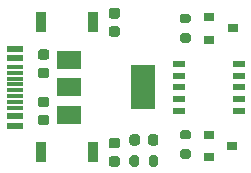
<source format=gbr>
%TF.GenerationSoftware,KiCad,Pcbnew,(5.1.8)-1*%
%TF.CreationDate,2020-12-30T11:25:41+08:00*%
%TF.ProjectId,downloader,646f776e-6c6f-4616-9465-722e6b696361,rev?*%
%TF.SameCoordinates,Original*%
%TF.FileFunction,Paste,Top*%
%TF.FilePolarity,Positive*%
%FSLAX46Y46*%
G04 Gerber Fmt 4.6, Leading zero omitted, Abs format (unit mm)*
G04 Created by KiCad (PCBNEW (5.1.8)-1) date 2020-12-30 11:25:41*
%MOMM*%
%LPD*%
G01*
G04 APERTURE LIST*
%ADD10R,1.100000X0.510000*%
%ADD11R,2.000000X1.500000*%
%ADD12R,2.000000X3.800000*%
%ADD13R,0.900000X1.700000*%
%ADD14R,0.900000X0.800000*%
%ADD15R,1.450000X0.600000*%
%ADD16R,1.450000X0.300000*%
G04 APERTURE END LIST*
%TO.C,R1*%
G36*
G01*
X118425000Y-99000000D02*
X118425000Y-98450000D01*
G75*
G02*
X118625000Y-98250000I200000J0D01*
G01*
X119025000Y-98250000D01*
G75*
G02*
X119225000Y-98450000I0J-200000D01*
G01*
X119225000Y-99000000D01*
G75*
G02*
X119025000Y-99200000I-200000J0D01*
G01*
X118625000Y-99200000D01*
G75*
G02*
X118425000Y-99000000I0J200000D01*
G01*
G37*
G36*
G01*
X116775000Y-99000000D02*
X116775000Y-98450000D01*
G75*
G02*
X116975000Y-98250000I200000J0D01*
G01*
X117375000Y-98250000D01*
G75*
G02*
X117575000Y-98450000I0J-200000D01*
G01*
X117575000Y-99000000D01*
G75*
G02*
X117375000Y-99200000I-200000J0D01*
G01*
X116975000Y-99200000D01*
G75*
G02*
X116775000Y-99000000I0J200000D01*
G01*
G37*
%TD*%
%TO.C,D1*%
G36*
G01*
X118350000Y-97206250D02*
X118350000Y-96693750D01*
G75*
G02*
X118568750Y-96475000I218750J0D01*
G01*
X119006250Y-96475000D01*
G75*
G02*
X119225000Y-96693750I0J-218750D01*
G01*
X119225000Y-97206250D01*
G75*
G02*
X119006250Y-97425000I-218750J0D01*
G01*
X118568750Y-97425000D01*
G75*
G02*
X118350000Y-97206250I0J218750D01*
G01*
G37*
G36*
G01*
X116775000Y-97206250D02*
X116775000Y-96693750D01*
G75*
G02*
X116993750Y-96475000I218750J0D01*
G01*
X117431250Y-96475000D01*
G75*
G02*
X117650000Y-96693750I0J-218750D01*
G01*
X117650000Y-97206250D01*
G75*
G02*
X117431250Y-97425000I-218750J0D01*
G01*
X116993750Y-97425000D01*
G75*
G02*
X116775000Y-97206250I0J218750D01*
G01*
G37*
%TD*%
D10*
%TO.C,U2*%
X126050000Y-90500000D03*
X126050000Y-91500000D03*
X120950000Y-94500000D03*
X126050000Y-92500000D03*
X126050000Y-93500000D03*
X126050000Y-94500000D03*
X120950000Y-93500000D03*
X120950000Y-92500000D03*
X120950000Y-91500000D03*
X120950000Y-90500000D03*
%TD*%
D11*
%TO.C,U1*%
X111650000Y-90200000D03*
X111650000Y-94800000D03*
X111650000Y-92500000D03*
D12*
X117950000Y-92500000D03*
%TD*%
D13*
%TO.C,SW2*%
X113700000Y-98000000D03*
X109300000Y-98000000D03*
%TD*%
%TO.C,SW1*%
X113700000Y-87000000D03*
X109300000Y-87000000D03*
%TD*%
%TO.C,R3*%
G36*
G01*
X121250000Y-97750000D02*
X121800000Y-97750000D01*
G75*
G02*
X122000000Y-97950000I0J-200000D01*
G01*
X122000000Y-98350000D01*
G75*
G02*
X121800000Y-98550000I-200000J0D01*
G01*
X121250000Y-98550000D01*
G75*
G02*
X121050000Y-98350000I0J200000D01*
G01*
X121050000Y-97950000D01*
G75*
G02*
X121250000Y-97750000I200000J0D01*
G01*
G37*
G36*
G01*
X121250000Y-96100000D02*
X121800000Y-96100000D01*
G75*
G02*
X122000000Y-96300000I0J-200000D01*
G01*
X122000000Y-96700000D01*
G75*
G02*
X121800000Y-96900000I-200000J0D01*
G01*
X121250000Y-96900000D01*
G75*
G02*
X121050000Y-96700000I0J200000D01*
G01*
X121050000Y-96300000D01*
G75*
G02*
X121250000Y-96100000I200000J0D01*
G01*
G37*
%TD*%
%TO.C,R2*%
G36*
G01*
X121225000Y-87925000D02*
X121775000Y-87925000D01*
G75*
G02*
X121975000Y-88125000I0J-200000D01*
G01*
X121975000Y-88525000D01*
G75*
G02*
X121775000Y-88725000I-200000J0D01*
G01*
X121225000Y-88725000D01*
G75*
G02*
X121025000Y-88525000I0J200000D01*
G01*
X121025000Y-88125000D01*
G75*
G02*
X121225000Y-87925000I200000J0D01*
G01*
G37*
G36*
G01*
X121225000Y-86275000D02*
X121775000Y-86275000D01*
G75*
G02*
X121975000Y-86475000I0J-200000D01*
G01*
X121975000Y-86875000D01*
G75*
G02*
X121775000Y-87075000I-200000J0D01*
G01*
X121225000Y-87075000D01*
G75*
G02*
X121025000Y-86875000I0J200000D01*
G01*
X121025000Y-86475000D01*
G75*
G02*
X121225000Y-86275000I200000J0D01*
G01*
G37*
%TD*%
D14*
%TO.C,Q2*%
X125475000Y-97475000D03*
X123475000Y-98425000D03*
X123475000Y-96525000D03*
%TD*%
%TO.C,Q1*%
X125500000Y-87500000D03*
X123500000Y-88450000D03*
X123500000Y-86550000D03*
%TD*%
D15*
%TO.C,J1*%
X107045000Y-95750000D03*
X107045000Y-94950000D03*
X107045000Y-90050000D03*
X107045000Y-89250000D03*
X107045000Y-89250000D03*
X107045000Y-90050000D03*
X107045000Y-94950000D03*
X107045000Y-95750000D03*
D16*
X107045000Y-90750000D03*
X107045000Y-91250000D03*
X107045000Y-91750000D03*
X107045000Y-92750000D03*
X107045000Y-93250000D03*
X107045000Y-93750000D03*
X107045000Y-94250000D03*
X107045000Y-92250000D03*
%TD*%
%TO.C,C4*%
G36*
G01*
X115750000Y-97675000D02*
X115250000Y-97675000D01*
G75*
G02*
X115025000Y-97450000I0J225000D01*
G01*
X115025000Y-97000000D01*
G75*
G02*
X115250000Y-96775000I225000J0D01*
G01*
X115750000Y-96775000D01*
G75*
G02*
X115975000Y-97000000I0J-225000D01*
G01*
X115975000Y-97450000D01*
G75*
G02*
X115750000Y-97675000I-225000J0D01*
G01*
G37*
G36*
G01*
X115750000Y-99225000D02*
X115250000Y-99225000D01*
G75*
G02*
X115025000Y-99000000I0J225000D01*
G01*
X115025000Y-98550000D01*
G75*
G02*
X115250000Y-98325000I225000J0D01*
G01*
X115750000Y-98325000D01*
G75*
G02*
X115975000Y-98550000I0J-225000D01*
G01*
X115975000Y-99000000D01*
G75*
G02*
X115750000Y-99225000I-225000J0D01*
G01*
G37*
%TD*%
%TO.C,C2*%
G36*
G01*
X115750000Y-86675000D02*
X115250000Y-86675000D01*
G75*
G02*
X115025000Y-86450000I0J225000D01*
G01*
X115025000Y-86000000D01*
G75*
G02*
X115250000Y-85775000I225000J0D01*
G01*
X115750000Y-85775000D01*
G75*
G02*
X115975000Y-86000000I0J-225000D01*
G01*
X115975000Y-86450000D01*
G75*
G02*
X115750000Y-86675000I-225000J0D01*
G01*
G37*
G36*
G01*
X115750000Y-88225000D02*
X115250000Y-88225000D01*
G75*
G02*
X115025000Y-88000000I0J225000D01*
G01*
X115025000Y-87550000D01*
G75*
G02*
X115250000Y-87325000I225000J0D01*
G01*
X115750000Y-87325000D01*
G75*
G02*
X115975000Y-87550000I0J-225000D01*
G01*
X115975000Y-88000000D01*
G75*
G02*
X115750000Y-88225000I-225000J0D01*
G01*
G37*
%TD*%
%TO.C,C3*%
G36*
G01*
X109750000Y-94175000D02*
X109250000Y-94175000D01*
G75*
G02*
X109025000Y-93950000I0J225000D01*
G01*
X109025000Y-93500000D01*
G75*
G02*
X109250000Y-93275000I225000J0D01*
G01*
X109750000Y-93275000D01*
G75*
G02*
X109975000Y-93500000I0J-225000D01*
G01*
X109975000Y-93950000D01*
G75*
G02*
X109750000Y-94175000I-225000J0D01*
G01*
G37*
G36*
G01*
X109750000Y-95725000D02*
X109250000Y-95725000D01*
G75*
G02*
X109025000Y-95500000I0J225000D01*
G01*
X109025000Y-95050000D01*
G75*
G02*
X109250000Y-94825000I225000J0D01*
G01*
X109750000Y-94825000D01*
G75*
G02*
X109975000Y-95050000I0J-225000D01*
G01*
X109975000Y-95500000D01*
G75*
G02*
X109750000Y-95725000I-225000J0D01*
G01*
G37*
%TD*%
%TO.C,C1*%
G36*
G01*
X109250000Y-90825000D02*
X109750000Y-90825000D01*
G75*
G02*
X109975000Y-91050000I0J-225000D01*
G01*
X109975000Y-91500000D01*
G75*
G02*
X109750000Y-91725000I-225000J0D01*
G01*
X109250000Y-91725000D01*
G75*
G02*
X109025000Y-91500000I0J225000D01*
G01*
X109025000Y-91050000D01*
G75*
G02*
X109250000Y-90825000I225000J0D01*
G01*
G37*
G36*
G01*
X109250000Y-89275000D02*
X109750000Y-89275000D01*
G75*
G02*
X109975000Y-89500000I0J-225000D01*
G01*
X109975000Y-89950000D01*
G75*
G02*
X109750000Y-90175000I-225000J0D01*
G01*
X109250000Y-90175000D01*
G75*
G02*
X109025000Y-89950000I0J225000D01*
G01*
X109025000Y-89500000D01*
G75*
G02*
X109250000Y-89275000I225000J0D01*
G01*
G37*
%TD*%
M02*

</source>
